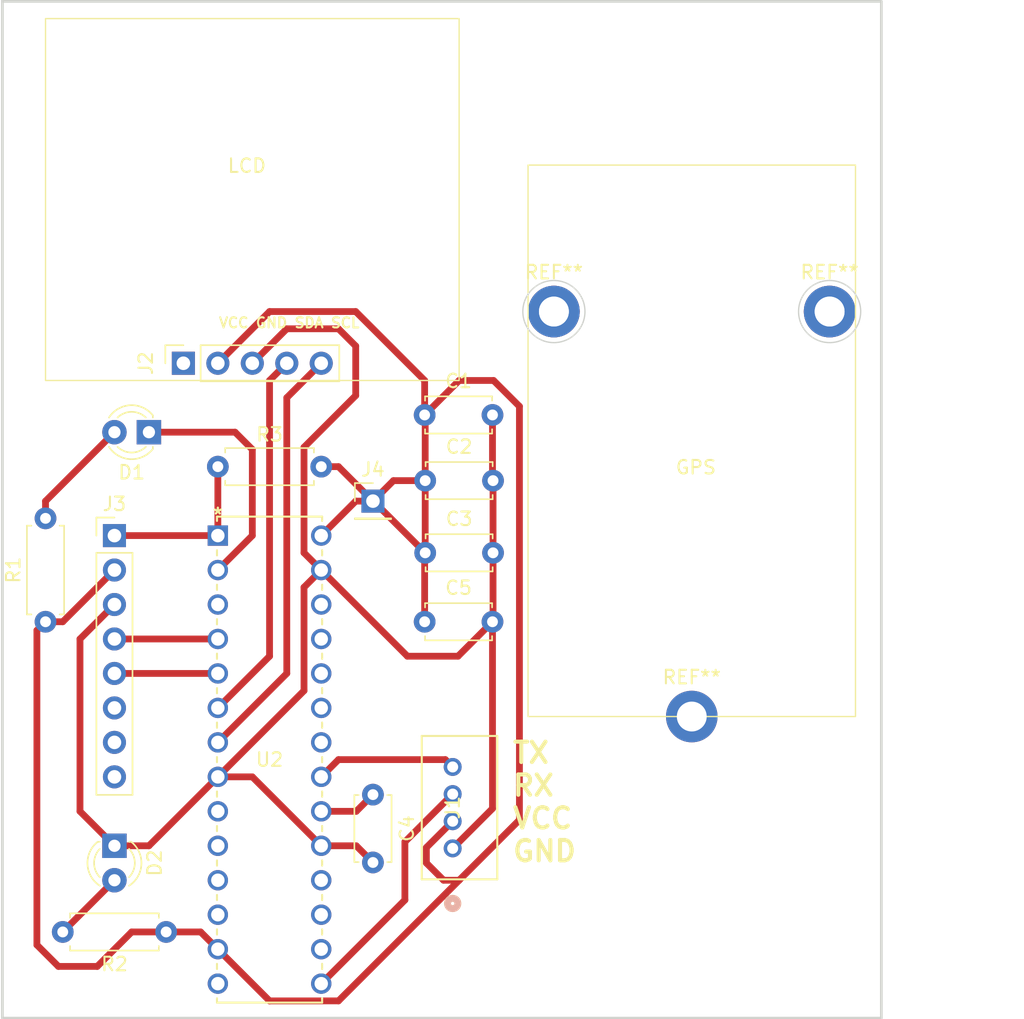
<source format=kicad_pcb>
(kicad_pcb (version 20221018) (generator pcbnew)
  (title_block (title "GPS-MINPOINT BOARD") (date "2024-04-20") (rev "V001"))
  (layers (0 "F.Cu" signal) (31 "B.Cu" signal) (34 "B.Paste" user) (35 "F.Paste" user) (36 "B.SilkS" user "B.Silkscreen") (37 "F.SilkS" user "F.Silkscreen") (38 "B.Mask" user) (39 "F.Mask" user) (44 "Edge.Cuts" user))
  (net 0 "")
  (net 15 "Net-(J1-TX)")
  (net 16 "Net-(J1-RX)")
  (net 17 "Net-(J1-VCC)")
  (net 18 "Net-(J2-SDA)")
  (net 19 "Net-(J2-SCL)")
  (net 20 "Net-(D1-K)")
  (net 21 "Net-(D1-A)")
  (net 23 "Net-(D2-K)")
  (net 24 "Net-(D2-A)")
  (net 25 "Net-(J3-Pin_1)")
  (net 26 "Net-(J3-Pin_4)")
  (net 27 "Net-(J3-Pin_5)")
  (net 28 "Net-(C4-Pad1)")
  (footprint "MountingHole:MountingHole_2.2mm_M2_DIN965_Pad" (layer "F.Cu") (at 167.64 81.915)
    (fp_text reference "REF**" (at 0 -2.9) (layer "F.SilkS"))
    (fp_text value "MountingHole_2.2mm_M2_DIN965_Pad")
    (pad "1" thru_hole circle (at 0 0) (size 3.8 3.8) (drill 2.2) (layers "*.Cu" "*.Mask"))
  )
  (footprint "Capacitor_THT:C_Disc_D4.7mm_W2.5mm_P5.00mm" (layer "F.Cu") (at 158.155 94.375)
    (fp_text reference "C2" (at 2.5 -2.5) (layer "F.SilkS"))
    (fp_text value "100nF")
    (fp_line (start 0.03 -1.37) (end 0.03 -1.055) (stroke (width 0.12)) (layer "F.SilkS"))
    (fp_line (start 0.03 -1.37) (end 4.97 -1.37) (stroke (width 0.12)) (layer "F.SilkS"))
    (fp_line (start 0.03 1.055) (end 0.03 1.37) (stroke (width 0.12)) (layer "F.SilkS"))
    (fp_line (start 0.03 1.37) (end 4.97 1.37) (stroke (width 0.12)) (layer "F.SilkS"))
    (fp_line (start 4.97 -1.37) (end 4.97 -1.055) (stroke (width 0.12)) (layer "F.SilkS"))
    (fp_line (start 4.97 1.055) (end 4.97 1.37) (stroke (width 0.12)) (layer "F.SilkS"))
    (pad "1" thru_hole circle (at 0 0) (size 1.6 1.6) (drill 0.8) (layers "*.Cu" "*.Mask") (net 17 "Net-(J1-VCC)"))
    (pad "2" thru_hole circle (at 5 0) (size 1.6 1.6) (drill 0.8) (layers "*.Cu" "*.Mask") (net 23 "Net-(D2-K)"))
  )
  (footprint "Capacitor_THT:C_Disc_D4.7mm_W2.5mm_P5.00mm" (layer "F.Cu") (at 154.305 117.515 -90)
    (fp_text reference "C4" (at 2.5 -2.5 90) (layer "F.SilkS"))
    (fp_text value "10uF")
    (fp_line (start 0.03 -1.37) (end 0.03 -1.055) (stroke (width 0.12)) (layer "F.SilkS"))
    (fp_line (start 0.03 -1.37) (end 4.97 -1.37) (stroke (width 0.12)) (layer "F.SilkS"))
    (fp_line (start 0.03 1.055) (end 0.03 1.37) (stroke (width 0.12)) (layer "F.SilkS"))
    (fp_line (start 0.03 1.37) (end 4.97 1.37) (stroke (width 0.12)) (layer "F.SilkS"))
    (fp_line (start 4.97 -1.37) (end 4.97 -1.055) (stroke (width 0.12)) (layer "F.SilkS"))
    (fp_line (start 4.97 1.055) (end 4.97 1.37) (stroke (width 0.12)) (layer "F.SilkS"))
    (pad "1" thru_hole circle (at 0 0 270) (size 1.6 1.6) (drill 0.8) (layers "*.Cu" "*.Mask") (net 28 "Net-(C4-Pad1)"))
    (pad "2" thru_hole circle (at 5 0 270) (size 1.6 1.6) (drill 0.8) (layers "*.Cu" "*.Mask") (net 23 "Net-(D2-K)"))
  )
  (footprint "Resistor_THT:R_Axial_DIN0207_L6.3mm_D2.5mm_P7.62mm_Horizontal" (layer "F.Cu") (at 139.065 127.635 180)
    (fp_text reference "R2" (at 3.81 -2.37) (layer "F.SilkS"))
    (fp_text value "220")
    (fp_line (start 0.54 -1.37) (end 7.08 -1.37) (stroke (width 0.12)) (layer "F.SilkS"))
    (fp_line (start 0.54 -1.04) (end 0.54 -1.37) (stroke (width 0.12)) (layer "F.SilkS"))
    (fp_line (start 0.54 1.04) (end 0.54 1.37) (stroke (width 0.12)) (layer "F.SilkS"))
    (fp_line (start 0.54 1.37) (end 7.08 1.37) (stroke (width 0.12)) (layer "F.SilkS"))
    (fp_line (start 7.08 -1.37) (end 7.08 -1.04) (stroke (width 0.12)) (layer "F.SilkS"))
    (fp_line (start 7.08 1.37) (end 7.08 1.04) (stroke (width 0.12)) (layer "F.SilkS"))
    (pad "1" thru_hole circle (at 0 0 180) (size 1.6 1.6) (drill 0.8) (layers "*.Cu" "*.Mask") (net 17 "Net-(J1-VCC)"))
    (pad "2" thru_hole oval (at 7.62 0 180) (size 1.6 1.6) (drill 0.8) (layers "*.Cu" "*.Mask") (net 24 "Net-(D2-A)"))
  )
  (footprint "" (layer "F.Cu") (at 167.64 81.915)
    (fp_text reference "" (at 0 0) (layer "F.SilkS") (effects (font (size 1.27 1.27))))
    (fp_text value "" (at 0 0) (layer "F.SilkS") (effects (font (size 1.27 1.27))))
    (pad "1" thru_hole circle (at 0 0) (size 3.8 3.8) (drill 2.2) (layers "*.Cu" "*.Mask"))
  )
  (footprint "Capacitor_THT:C_Disc_D4.7mm_W2.5mm_P5.00mm" (layer "F.Cu") (at 158.115 104.775)
    (fp_text reference "C5" (at 2.5 -2.5) (layer "F.SilkS"))
    (fp_text value "10uF")
    (fp_line (start 0.03 -1.37) (end 0.03 -1.055) (stroke (width 0.12)) (layer "F.SilkS"))
    (fp_line (start 0.03 -1.37) (end 4.97 -1.37) (stroke (width 0.12)) (layer "F.SilkS"))
    (fp_line (start 0.03 1.055) (end 0.03 1.37) (stroke (width 0.12)) (layer "F.SilkS"))
    (fp_line (start 0.03 1.37) (end 4.97 1.37) (stroke (width 0.12)) (layer "F.SilkS"))
    (fp_line (start 4.97 -1.37) (end 4.97 -1.055) (stroke (width 0.12)) (layer "F.SilkS"))
    (fp_line (start 4.97 1.055) (end 4.97 1.37) (stroke (width 0.12)) (layer "F.SilkS"))
    (pad "1" thru_hole circle (at 0 0) (size 1.6 1.6) (drill 0.8) (layers "*.Cu" "*.Mask") (net 17 "Net-(J1-VCC)"))
    (pad "2" thru_hole circle (at 5 0) (size 1.6 1.6) (drill 0.8) (layers "*.Cu" "*.Mask") (net 23 "Net-(D2-K)"))
  )
  (footprint "footprints:SPDIP28_300MC_MCH" (layer "F.Cu") (at 142.875 98.425)
    (fp_text reference "U2" (at 3.81 16.51 unlocked) (layer "F.SilkS"))
    (fp_text value "PIC24FJ64GA002-I/SP")
    (fp_text user "*" (at 0 -1.5113) (layer "F.SilkS"))
    (fp_text user "*" (at 0 -1.5113 unlocked) (layer "F.SilkS"))
    (fp_line (start -0.0635 -1.397) (end -0.0635 -1.08204) (stroke (width 0.1524)) (layer "F.SilkS"))
    (fp_line (start -0.0635 1.08204) (end -0.0635 1.459825) (stroke (width 0.1524)) (layer "F.SilkS"))
    (fp_line (start -0.0635 3.620175) (end -0.0635 3.999825) (stroke (width 0.1524)) (layer "F.SilkS"))
    (fp_line (start -0.0635 6.160175) (end -0.0635 6.539825) (stroke (width 0.1524)) (layer "F.SilkS"))
    (fp_line (start -0.0635 8.700175) (end -0.0635 9.079825) (stroke (width 0.1524)) (layer "F.SilkS"))
    (fp_line (start -0.0635 11.240175) (end -0.0635 11.619825) (stroke (width 0.1524)) (layer "F.SilkS"))
    (fp_line (start -0.0635 13.780175) (end -0.0635 14.159825) (stroke (width 0.1524)) (layer "F.SilkS"))
    (fp_line (start -0.0635 16.320175) (end -0.0635 16.699825) (stroke (width 0.1524)) (layer "F.SilkS"))
    (fp_line (start -0.0635 18.860175) (end -0.0635 19.239825) (stroke (width 0.1524)) (layer "F.SilkS"))
    (fp_line (start -0.0635 21.400175) (end -0.0635 21.779825) (stroke (width 0.1524)) (layer "F.SilkS"))
    (fp_line (start -0.0635 23.940175) (end -0.0635 24.319825) (stroke (width 0.1524)) (layer "F.SilkS"))
    (fp_line (start -0.0635 26.480175) (end -0.0635 26.859825) (stroke (width 0.1524)) (layer "F.SilkS"))
    (fp_line (start -0.0635 29.020175) (end -0.0635 29.399825) (stroke (width 0.1524)) (layer "F.SilkS"))
    (fp_line (start -0.0635 31.560175) (end -0.0635 31.939825) (stroke (width 0.1524)) (layer "F.SilkS"))
    (fp_line (start -0.0635 34.100175) (end -0.0635 34.417) (stroke (width 0.1524)) (layer "F.SilkS"))
    (fp_line (start -0.0635 34.417) (end 7.6835 34.417) (stroke (width 0.1524)) (layer "F.SilkS"))
    (fp_line (start 7.6835 -1.397) (end -0.0635 -1.397) (stroke (width 0.1524)) (layer "F.SilkS"))
    (fp_line (start 7.6835 -1.080175) (end 7.6835 -1.397) (stroke (width 0.1524)) (layer "F.SilkS"))
    (fp_line (start 7.6835 1.459825) (end 7.6835 1.080175) (stroke (width 0.1524)) (layer "F.SilkS"))
    (fp_line (start 7.6835 3.999825) (end 7.6835 3.620175) (stroke (width 0.1524)) (layer "F.SilkS"))
    (fp_line (start 7.6835 6.539825) (end 7.6835 6.160175) (stroke (width 0.1524)) (layer "F.SilkS"))
    (fp_line (start 7.6835 9.079825) (end 7.6835 8.700175) (stroke (width 0.1524)) (layer "F.SilkS"))
    (fp_line (start 7.6835 11.619825) (end 7.6835 11.240175) (stroke (width 0.1524)) (layer "F.SilkS"))
    (fp_line (start 7.6835 14.159825) (end 7.6835 13.780175) (stroke (width 0.1524)) (layer "F.SilkS"))
    (fp_line (start 7.6835 16.699825) (end 7.6835 16.320175) (stroke (width 0.1524)) (layer "F.SilkS"))
    (fp_line (start 7.6835 19.239825) (end 7.6835 18.860175) (stroke (width 0.1524)) (layer "F.SilkS"))
    (fp_line (start 7.6835 21.779825) (end 7.6835 21.400175) (stroke (width 0.1524)) (layer "F.SilkS"))
    (fp_line (start 7.6835 24.319825) (end 7.6835 23.940175) (stroke (width 0.1524)) (layer "F.SilkS"))
    (fp_line (start 7.6835 26.859825) (end 7.6835 26.480175) (stroke (width 0.1524)) (layer "F.SilkS"))
    (fp_line (start 7.6835 29.399825) (end 7.6835 29.020175) (stroke (width 0.1524)) (layer "F.SilkS"))
    (fp_line (start 7.6835 31.939825) (end 7.6835 31.560175) (stroke (width 0.1524)) (layer "F.SilkS"))
    (fp_line (start 7.6835 34.417) (end 7.6835 34.100175) (stroke (width 0.1524)) (layer "F.SilkS"))
    (pad "1" thru_hole rect (at 0 0) (size 1.4986 1.4986) (drill 0.9906) (layers "*.Cu" "*.Mask") (net 25 "Net-(J3-Pin_1)"))
    (pad "2" thru_hole circle (at 0 2.54) (size 1.4986 1.4986) (drill 0.9906) (layers "*.Cu" "*.Mask") (net 20 "Net-(D1-K)"))
    (pad "3" thru_hole circle (at 0 5.08) (size 1.4986 1.4986) (drill 0.9906) (layers "*.Cu" "*.Mask"))
    (pad "4" thru_hole circle (at 0 7.62) (size 1.4986 1.4986) (drill 0.9906) (layers "*.Cu" "*.Mask") (net 26 "Net-(J3-Pin_4)"))
    (pad "5" thru_hole circle (at 0 10.16) (size 1.4986 1.4986) (drill 0.9906) (layers "*.Cu" "*.Mask") (net 27 "Net-(J3-Pin_5)"))
    (pad "6" thru_hole circle (at 0 12.7) (size 1.4986 1.4986) (drill 0.9906) (layers "*.Cu" "*.Mask") (net 18 "Net-(J2-SDA)"))
    (pad "7" thru_hole circle (at 0 15.24) (size 1.4986 1.4986) (drill 0.9906) (layers "*.Cu" "*.Mask") (net 19 "Net-(J2-SCL)"))
    (pad "8" thru_hole circle (at 0 17.78) (size 1.4986 1.4986) (drill 0.9906) (layers "*.Cu" "*.Mask") (net 23 "Net-(D2-K)"))
    (pad "9" thru_hole circle (at 0 20.32) (size 1.4986 1.4986) (drill 0.9906) (layers "*.Cu" "*.Mask"))
    (pad "10" thru_hole circle (at 0 22.86) (size 1.4986 1.4986) (drill 0.9906) (layers "*.Cu" "*.Mask"))
    (pad "11" thru_hole circle (at 0 25.4) (size 1.4986 1.4986) (drill 0.9906) (layers "*.Cu" "*.Mask"))
    (pad "12" thru_hole circle (at 0 27.94) (size 1.4986 1.4986) (drill 0.9906) (layers "*.Cu" "*.Mask"))
    (pad "13" thru_hole circle (at 0 30.48) (size 1.4986 1.4986) (drill 0.9906) (layers "*.Cu" "*.Mask") (net 17 "Net-(J1-VCC)"))
    (pad "14" thru_hole circle (at 0 33.02) (size 1.4986 1.4986) (drill 0.9906) (layers "*.Cu" "*.Mask"))
    (pad "15" thru_hole circle (at 7.62 33.02) (size 1.4986 1.4986) (drill 0.9906) (layers "*.Cu" "*.Mask") (net 16 "Net-(J1-RX)"))
    (pad "16" thru_hole circle (at 7.62 30.48) (size 1.4986 1.4986) (drill 0.9906) (layers "*.Cu" "*.Mask"))
    (pad "17" thru_hole circle (at 7.62 27.94) (size 1.4986 1.4986) (drill 0.9906) (layers "*.Cu" "*.Mask"))
    (pad "18" thru_hole circle (at 7.62 25.4) (size 1.4986 1.4986) (drill 0.9906) (layers "*.Cu" "*.Mask"))
    (pad "19" thru_hole circle (at 7.62 22.86) (size 1.4986 1.4986) (drill 0.9906) (layers "*.Cu" "*.Mask") (net 23 "Net-(D2-K)"))
    (pad "20" thru_hole circle (at 7.62 20.32) (size 1.4986 1.4986) (drill 0.9906) (layers "*.Cu" "*.Mask") (net 28 "Net-(C4-Pad1)"))
    (pad "21" thru_hole circle (at 7.62 17.78) (size 1.4986 1.4986) (drill 0.9906) (layers "*.Cu" "*.Mask") (net 15 "Net-(J1-TX)"))
    (pad "22" thru_hole circle (at 7.62 15.24) (size 1.4986 1.4986) (drill 0.9906) (layers "*.Cu" "*.Mask"))
    (pad "23" thru_hole circle (at 7.62 12.7) (size 1.4986 1.4986) (drill 0.9906) (layers "*.Cu" "*.Mask"))
    (pad "24" thru_hole circle (at 7.62 10.16) (size 1.4986 1.4986) (drill 0.9906) (layers "*.Cu" "*.Mask"))
    (pad "25" thru_hole circle (at 7.62 7.62) (size 1.4986 1.4986) (drill 0.9906) (layers "*.Cu" "*.Mask"))
    (pad "26" thru_hole circle (at 7.62 5.08) (size 1.4986 1.4986) (drill 0.9906) (layers "*.Cu" "*.Mask"))
    (pad "27" thru_hole circle (at 7.62 2.54) (size 1.4986 1.4986) (drill 0.9906) (layers "*.Cu" "*.Mask") (net 23 "Net-(D2-K)"))
    (pad "28" thru_hole circle (at 7.62 0) (size 1.4986 1.4986) (drill 0.9906) (layers "*.Cu" "*.Mask") (net 17 "Net-(J1-VCC)"))
  )
  (footprint "MountingHole:MountingHole_2.2mm_M2_DIN965_Pad" (layer "F.Cu") (at 187.96 81.915)
    (fp_text reference "REF**" (at 0 -2.9) (layer "F.SilkS"))
    (fp_text value "MountingHole_2.2mm_M2_DIN965_Pad")
    (pad "1" thru_hole circle (at 0 0) (size 3.8 3.8) (drill 2.2) (layers "*.Cu" "*.Mask"))
  )
  (footprint "Capacitor_THT:C_Disc_D4.7mm_W2.5mm_P5.00mm" (layer "F.Cu") (at 158.115 89.535)
    (fp_text reference "C1" (at 2.5 -2.5) (layer "F.SilkS"))
    (fp_text value "10uF")
    (fp_line (start 0.03 -1.37) (end 0.03 -1.055) (stroke (width 0.12)) (layer "F.SilkS"))
    (fp_line (start 0.03 -1.37) (end 4.97 -1.37) (stroke (width 0.12)) (layer "F.SilkS"))
    (fp_line (start 0.03 1.055) (end 0.03 1.37) (stroke (width 0.12)) (layer "F.SilkS"))
    (fp_line (start 0.03 1.37) (end 4.97 1.37) (stroke (width 0.12)) (layer "F.SilkS"))
    (fp_line (start 4.97 -1.37) (end 4.97 -1.055) (stroke (width 0.12)) (layer "F.SilkS"))
    (fp_line (start 4.97 1.055) (end 4.97 1.37) (stroke (width 0.12)) (layer "F.SilkS"))
    (pad "1" thru_hole circle (at 0 0) (size 1.6 1.6) (drill 0.8) (layers "*.Cu" "*.Mask") (net 17 "Net-(J1-VCC)"))
    (pad "2" thru_hole circle (at 5 0) (size 1.6 1.6) (drill 0.8) (layers "*.Cu" "*.Mask") (net 23 "Net-(D2-K)"))
  )
  (footprint "Capacitor_THT:C_Disc_D4.7mm_W2.5mm_P5.00mm" (layer "F.Cu") (at 158.155 99.695)
    (fp_text reference "C3" (at 2.5 -2.5) (layer "F.SilkS"))
    (fp_text value "100nF")
    (fp_line (start 0.03 -1.37) (end 0.03 -1.055) (stroke (width 0.12)) (layer "F.SilkS"))
    (fp_line (start 0.03 -1.37) (end 4.97 -1.37) (stroke (width 0.12)) (layer "F.SilkS"))
    (fp_line (start 0.03 1.055) (end 0.03 1.37) (stroke (width 0.12)) (layer "F.SilkS"))
    (fp_line (start 0.03 1.37) (end 4.97 1.37) (stroke (width 0.12)) (layer "F.SilkS"))
    (fp_line (start 4.97 -1.37) (end 4.97 -1.055) (stroke (width 0.12)) (layer "F.SilkS"))
    (fp_line (start 4.97 1.055) (end 4.97 1.37) (stroke (width 0.12)) (layer "F.SilkS"))
    (pad "1" thru_hole circle (at 0 0) (size 1.6 1.6) (drill 0.8) (layers "*.Cu" "*.Mask") (net 17 "Net-(J1-VCC)"))
    (pad "2" thru_hole circle (at 5 0) (size 1.6 1.6) (drill 0.8) (layers "*.Cu" "*.Mask") (net 23 "Net-(D2-K)"))
  )
  (footprint "LED_THT:LED_D3.0mm" (layer "F.Cu") (at 137.795 90.805 180)
    (fp_text reference "D1" (at 1.27 -2.96) (layer "F.SilkS"))
    (fp_text value "G_LED")
    (fp_line (start -0.29 -1.236) (end -0.29 -1.08) (stroke (width 0.12)) (layer "F.SilkS"))
    (fp_line (start -0.29 1.08) (end -0.29 1.236) (stroke (width 0.12)) (layer "F.SilkS"))
    (fp_arc (start -0.29 -1.235516) (mid 1.366487 -1.987659) (end 2.942335 -1.078608) (stroke (width 0.12)) (layer "F.SilkS"))
    (fp_arc (start 0.229039 -1.08) (mid 1.270117 -1.5) (end 2.31113 -1.079837) (stroke (width 0.12)) (layer "F.SilkS"))
    (fp_arc (start 2.31113 1.079837) (mid 1.270117 1.5) (end 0.229039 1.08) (stroke (width 0.12)) (layer "F.SilkS"))
    (fp_arc (start 2.942335 1.078608) (mid 1.366487 1.987659) (end -0.29 1.235516) (stroke (width 0.12)) (layer "F.SilkS"))
    (pad "1" thru_hole rect (at 0 0 180) (size 1.8 1.8) (drill 0.9) (layers "*.Cu" "*.Mask") (net 20 "Net-(D1-K)"))
    (pad "2" thru_hole circle (at 2.54 0 180) (size 1.8 1.8) (drill 0.9) (layers "*.Cu" "*.Mask") (net 21 "Net-(D1-A)"))
  )
  (footprint "footprints:CONN_110990030_SEE" (layer "F.Cu") (at 160.180601 121.475 90)
    (fp_text reference "J1" (at 2.999999 0 90 unlocked) (layer "F.SilkS"))
    (fp_text value "110990030")
    (fp_circle (center -4.061201 0) (end -3.680201 0) (stroke (width 0.508)) (fill none) (layer "B.SilkS"))
    (fp_line (start -2.283201 -2.277) (end -2.283201 3.285599) (stroke (width 0.1524)) (layer "F.SilkS"))
    (fp_line (start -2.283201 3.285599) (end 8.283199 3.285599) (stroke (width 0.1524)) (layer "F.SilkS"))
    (fp_line (start 8.283199 -2.277) (end -2.283201 -2.277) (stroke (width 0.1524)) (layer "F.SilkS"))
    (fp_line (start 8.283199 3.285599) (end 8.283199 -2.277) (stroke (width 0.1524)) (layer "F.SilkS"))
    (fp_circle (center -4.061201 0) (end -3.680201 0) (stroke (width 0.508)) (fill none) (layer "F.SilkS"))
    (pad "1" thru_hole circle (at 0 0 90) (size 1.3208 1.3208) (drill 0.8128) (layers "*.Cu" "*.Mask") (net 23 "Net-(D2-K)"))
    (pad "2" thru_hole circle (at 1.999999 0 90) (size 1.3208 1.3208) (drill 0.8128) (layers "*.Cu" "*.Mask") (net 17 "Net-(J1-VCC)"))
    (pad "3" thru_hole circle (at 4 0 90) (size 1.3208 1.3208) (drill 0.8128) (layers "*.Cu" "*.Mask") (net 16 "Net-(J1-RX)"))
    (pad "4" thru_hole circle (at 5.999998 0 90) (size 1.3208 1.3208) (drill 0.8128) (layers "*.Cu" "*.Mask") (net 15 "Net-(J1-TX)"))
  )
  (footprint "Connector_PinSocket_2.54mm:PinSocket_1x05_P2.54mm_Vertical" (layer "F.Cu") (at 140.335 85.725 90)
    (fp_text reference "J2" (at 0 -2.77 90) (layer "F.SilkS"))
    (fp_text value "LCD")
    (fp_line (start -1.33 1.27) (end -1.33 11.49) (stroke (width 0.12)) (layer "F.SilkS"))
    (fp_line (start -1.33 1.27) (end 1.33 1.27) (stroke (width 0.12)) (layer "F.SilkS"))
    (fp_line (start -1.33 11.49) (end 1.33 11.49) (stroke (width 0.12)) (layer "F.SilkS"))
    (fp_line (start 0 -1.33) (end 1.33 -1.33) (stroke (width 0.12)) (layer "F.SilkS"))
    (fp_line (start 1.33 -1.33) (end 1.33 0) (stroke (width 0.12)) (layer "F.SilkS"))
    (fp_line (start 1.33 1.27) (end 1.33 11.49) (stroke (width 0.12)) (layer "F.SilkS"))
    (pad "1" thru_hole rect (at 0 0 90) (size 1.7 1.7) (drill 1) (layers "*.Cu" "*.Mask"))
    (pad "2" thru_hole oval (at 0 2.54 90) (size 1.7 1.7) (drill 1) (layers "*.Cu" "*.Mask") (net 17 "Net-(J1-VCC)"))
    (pad "3" thru_hole oval (at 0 5.08 90) (size 1.7 1.7) (drill 1) (layers "*.Cu" "*.Mask") (net 23 "Net-(D2-K)"))
    (pad "4" thru_hole oval (at 0 7.62 90) (size 1.7 1.7) (drill 1) (layers "*.Cu" "*.Mask") (net 18 "Net-(J2-SDA)"))
    (pad "5" thru_hole oval (at 0 10.16 90) (size 1.7 1.7) (drill 1) (layers "*.Cu" "*.Mask") (net 19 "Net-(J2-SCL)"))
  )
  (footprint "" (layer "F.Cu") (at 187.96 81.915)
    (fp_text reference "" (at 0 0) (layer "F.SilkS") (effects (font (size 1.27 1.27))))
    (fp_text value "" (at 0 0) (layer "F.SilkS") (effects (font (size 1.27 1.27))))
    (pad "1" thru_hole circle (at 0 0) (size 3.8 3.8) (drill 2.2) (layers "*.Cu" "*.Mask"))
  )
  (footprint "LED_THT:LED_D3.0mm" (layer "F.Cu") (at 135.255 121.285 -90)
    (fp_text reference "D2" (at 1.27 -2.96 90) (layer "F.SilkS"))
    (fp_text value "R_LED")
    (fp_line (start -0.29 -1.236) (end -0.29 -1.08) (stroke (width 0.12)) (layer "F.SilkS"))
    (fp_line (start -0.29 1.08) (end -0.29 1.236) (stroke (width 0.12)) (layer "F.SilkS"))
    (fp_arc (start -0.29 -1.235516) (mid 1.366487 -1.987659) (end 2.942335 -1.078608) (stroke (width 0.12)) (layer "F.SilkS"))
    (fp_arc (start 0.229039 -1.08) (mid 1.270117 -1.5) (end 2.31113 -1.079837) (stroke (width 0.12)) (layer "F.SilkS"))
    (fp_arc (start 2.31113 1.079837) (mid 1.270117 1.5) (end 0.229039 1.08) (stroke (width 0.12)) (layer "F.SilkS"))
    (fp_arc (start 2.942335 1.078608) (mid 1.366487 1.987659) (end -0.29 1.235516) (stroke (width 0.12)) (layer "F.SilkS"))
    (pad "1" thru_hole rect (at 0 0 270) (size 1.8 1.8) (drill 0.9) (layers "*.Cu" "*.Mask") (net 23 "Net-(D2-K)"))
    (pad "2" thru_hole circle (at 2.54 0 270) (size 1.8 1.8) (drill 0.9) (layers "*.Cu" "*.Mask") (net 24 "Net-(D2-A)"))
  )
  (footprint "MountingHole:MountingHole_2.2mm_M2_DIN965_Pad" (layer "F.Cu") (at 177.8 111.76)
    (fp_text reference "REF**" (at 0 -2.9) (layer "F.SilkS"))
    (fp_text value "MountingHole_2.2mm_M2_DIN965_Pad")
    (pad "1" thru_hole circle (at 0 0) (size 3.8 3.8) (drill 2.2) (layers "*.Cu" "*.Mask"))
  )
  (footprint "Connector_PinHeader_2.54mm:PinHeader_1x01_P2.54mm_Vertical" (layer "F.Cu") (at 154.305 95.885)
    (fp_text reference "J4" (at 0 -2.33) (layer "F.SilkS"))
    (fp_text value "PWR")
    (fp_line (start -1.33 -1.33) (end 0 -1.33) (stroke (width 0.12)) (layer "F.SilkS"))
    (fp_line (start -1.33 0) (end -1.33 -1.33) (stroke (width 0.12)) (layer "F.SilkS"))
    (fp_line (start -1.33 1.27) (end -1.33 1.33) (stroke (width 0.12)) (layer "F.SilkS"))
    (fp_line (start -1.33 1.27) (end 1.33 1.27) (stroke (width 0.12)) (layer "F.SilkS"))
    (fp_line (start -1.33 1.33) (end 1.33 1.33) (stroke (width 0.12)) (layer "F.SilkS"))
    (fp_line (start 1.33 1.27) (end 1.33 1.33) (stroke (width 0.12)) (layer "F.SilkS"))
    (pad "1" thru_hole rect (at 0 0) (size 1.7 1.7) (drill 1) (layers "*.Cu" "*.Mask") (net 17 "Net-(J1-VCC)"))
  )
  (footprint "Connector_PinHeader_2.54mm:PinHeader_1x08_P2.54mm_Vertical" (layer "F.Cu") (at 135.255 98.425)
    (fp_text reference "J3" (at 0 -2.33) (layer "F.SilkS"))
    (fp_text value "ProgrammerConnector")
    (fp_line (start -1.33 -1.33) (end 0 -1.33) (stroke (width 0.12)) (layer "F.SilkS"))
    (fp_line (start -1.33 0) (end -1.33 -1.33) (stroke (width 0.12)) (layer "F.SilkS"))
    (fp_line (start -1.33 1.27) (end -1.33 19.11) (stroke (width 0.12)) (layer "F.SilkS"))
    (fp_line (start -1.33 1.27) (end 1.33 1.27) (stroke (width 0.12)) (layer "F.SilkS"))
    (fp_line (start -1.33 19.11) (end 1.33 19.11) (stroke (width 0.12)) (layer "F.SilkS"))
    (fp_line (start 1.33 1.27) (end 1.33 19.11) (stroke (width 0.12)) (layer "F.SilkS"))
    (pad "1" thru_hole rect (at 0 0) (size 1.7 1.7) (drill 1) (layers "*.Cu" "*.Mask") (net 25 "Net-(J3-Pin_1)"))
    (pad "2" thru_hole oval (at 0 2.54) (size 1.7 1.7) (drill 1) (layers "*.Cu" "*.Mask") (net 17 "Net-(J1-VCC)"))
    (pad "3" thru_hole oval (at 0 5.08) (size 1.7 1.7) (drill 1) (layers "*.Cu" "*.Mask") (net 23 "Net-(D2-K)"))
    (pad "4" thru_hole oval (at 0 7.62) (size 1.7 1.7) (drill 1) (layers "*.Cu" "*.Mask") (net 26 "Net-(J3-Pin_4)"))
    (pad "5" thru_hole oval (at 0 10.16) (size 1.7 1.7) (drill 1) (layers "*.Cu" "*.Mask") (net 27 "Net-(J3-Pin_5)"))
    (pad "6" thru_hole oval (at 0 12.7) (size 1.7 1.7) (drill 1) (layers "*.Cu" "*.Mask"))
    (pad "7" thru_hole oval (at 0 15.24) (size 1.7 1.7) (drill 1) (layers "*.Cu" "*.Mask"))
    (pad "8" thru_hole oval (at 0 17.78) (size 1.7 1.7) (drill 1) (layers "*.Cu" "*.Mask"))
  )
  (footprint "Resistor_THT:R_Axial_DIN0207_L6.3mm_D2.5mm_P7.62mm_Horizontal" (layer "F.Cu") (at 130.175 104.775 90)
    (fp_text reference "R1" (at 3.81 -2.37 90) (layer "F.SilkS"))
    (fp_text value "220")
    (fp_line (start 0.54 -1.37) (end 7.08 -1.37) (stroke (width 0.12)) (layer "F.SilkS"))
    (fp_line (start 0.54 -1.04) (end 0.54 -1.37) (stroke (width 0.12)) (layer "F.SilkS"))
    (fp_line (start 0.54 1.04) (end 0.54 1.37) (stroke (width 0.12)) (layer "F.SilkS"))
    (fp_line (start 0.54 1.37) (end 7.08 1.37) (stroke (width 0.12)) (layer "F.SilkS"))
    (fp_line (start 7.08 -1.37) (end 7.08 -1.04) (stroke (width 0.12)) (layer "F.SilkS"))
    (fp_line (start 7.08 1.37) (end 7.08 1.04) (stroke (width 0.12)) (layer "F.SilkS"))
    (pad "1" thru_hole circle (at 0 0 90) (size 1.6 1.6) (drill 0.8) (layers "*.Cu" "*.Mask") (net 17 "Net-(J1-VCC)"))
    (pad "2" thru_hole oval (at 7.62 0 90) (size 1.6 1.6) (drill 0.8) (layers "*.Cu" "*.Mask") (net 21 "Net-(D1-A)"))
  )
  (footprint "Resistor_THT:R_Axial_DIN0207_L6.3mm_D2.5mm_P7.62mm_Horizontal" (layer "F.Cu") (at 142.875 93.345)
    (fp_text reference "R3" (at 3.81 -2.37) (layer "F.SilkS"))
    (fp_text value "10k")
    (fp_line (start 0.54 -1.37) (end 7.08 -1.37) (stroke (width 0.12)) (layer "F.SilkS"))
    (fp_line (start 0.54 -1.04) (end 0.54 -1.37) (stroke (width 0.12)) (layer "F.SilkS"))
    (fp_line (start 0.54 1.04) (end 0.54 1.37) (stroke (width 0.12)) (layer "F.SilkS"))
    (fp_line (start 0.54 1.37) (end 7.08 1.37) (stroke (width 0.12)) (layer "F.SilkS"))
    (fp_line (start 7.08 -1.37) (end 7.08 -1.04) (stroke (width 0.12)) (layer "F.SilkS"))
    (fp_line (start 7.08 1.37) (end 7.08 1.04) (stroke (width 0.12)) (layer "F.SilkS"))
    (pad "1" thru_hole circle (at 0 0) (size 1.6 1.6) (drill 0.8) (layers "*.Cu" "*.Mask") (net 25 "Net-(J3-Pin_1)"))
    (pad "2" thru_hole oval (at 7.62 0) (size 1.6 1.6) (drill 0.8) (layers "*.Cu" "*.Mask") (net 17 "Net-(J1-VCC)"))
  )
  (gr_rect (start 165.735 71.12) (end 189.865 111.76) (stroke (width 0.1)) (fill none) (layer "F.SilkS"))
  (gr_rect (start 130.175 60.325) (end 160.655 86.995) (stroke (width 0.1)) (fill none) (layer "F.SilkS"))
  (gr_circle (center 167.64 81.915) (end 169.545 83.185) (stroke (width 0.1)) (fill none) (layer "Edge.Cuts"))
  (gr_rect (start 127 59.055) (end 191.77 133.985) (stroke (width 0.2)) (fill none) (layer "Edge.Cuts"))
  (gr_circle (center 187.96 81.915) (end 189.865 83.185) (stroke (width 0.1)) (fill none) (layer "Edge.Cuts"))
  (gr_circle (center 178.435 111.76) (end 178.435 111.76) (stroke (width 0.1)) (fill none) (layer "Edge.Cuts"))
  (gr_text "VCC GND SDA SCL" (at 142.875 83.185) (layer "F.SilkS") (effects (font (size 0.75 0.75) (thickness 0.15) bold) (justify left bottom)))
  (gr_text "TX\nRX\nVCC\nGND" (at 164.465 122.555) (layer "F.SilkS") (effects (font (size 1.5 1.5) (thickness 0.3) bold) (justify left bottom)))
  (gr_text "LCD" (at 143.51 71.755) (layer "F.SilkS") (effects (font (size 1 1)) (justify left bottom)))
  (gr_text "GPS" (at 176.53 93.98) (layer "F.SilkS") (effects (font (size 1 1)) (justify left bottom)))
  (segment (start 151.765 114.935) (end 159.640599 114.935) (width 0.5) (layer "F.Cu") (net 15))
  (segment (start 159.640599 114.935) (end 160.180601 115.475002) (width 0.5) (layer "F.Cu") (net 15))
  (segment (start 150.495 116.205) (end 151.765 114.935) (width 0.5) (layer "F.Cu") (net 15))
  (segment (start 160.180601 117.475) (end 156.658604 120.996997) (width 0.5) (layer "F.Cu") (net 16))
  (segment (start 156.658604 125.281396) (end 150.495 131.445) (width 0.5) (layer "F.Cu") (net 16))
  (segment (start 156.658604 120.996997) (end 156.658604 125.281396) (width 0.5) (layer "F.Cu") (net 16))
  (segment (start 158.115 86.995) (end 153.035 81.915) (width 0.5) (layer "F.Cu") (net 17))
  (segment (start 136.525 127.635) (end 139.065 127.635) (width 0.5) (layer "F.Cu") (net 17))
  (segment (start 141.605 127.635) (end 142.875 128.905) (width 0.5) (layer "F.Cu") (net 17))
  (segment (start 150.495 93.345) (end 151.765 93.345) (width 0.5) (layer "F.Cu") (net 17))
  (segment (start 160.655 86.995) (end 158.115 89.535) (width 0.5) (layer "F.Cu") (net 17))
  (segment (start 146.685 81.915) (end 142.875 85.725) (width 0.5) (layer "F.Cu") (net 17))
  (segment (start 146.685 132.715) (end 151.765 132.715) (width 0.5) (layer "F.Cu") (net 17))
  (segment (start 131.124009 130.175) (end 133.985 130.175) (width 0.5) (layer "F.Cu") (net 17))
  (segment (start 158.242801 121.412801) (end 160.180601 119.475001) (width 0.5) (layer "F.Cu") (net 17))
  (segment (start 163.195 86.995) (end 160.655 86.995) (width 0.5) (layer "F.Cu") (net 17))
  (segment (start 153.035 81.915) (end 146.685 81.915) (width 0.5) (layer "F.Cu") (net 17))
  (segment (start 165.1 119.38) (end 165.1 88.9) (width 0.5) (layer "F.Cu") (net 17))
  (segment (start 133.985 130.175) (end 136.525 127.635) (width 0.5) (layer "F.Cu") (net 17))
  (segment (start 159.512801 123.825) (end 158.242801 122.555) (width 0.5) (layer "F.Cu") (net 17))
  (segment (start 150.495 98.425) (end 153.035 95.885) (width 0.5) (layer "F.Cu") (net 17))
  (segment (start 154.345 95.885) (end 154.305 95.885) (width 0.5) (layer "F.Cu") (net 17))
  (segment (start 158.155 99.695) (end 158.155 94.375) (width 0.5) (layer "F.Cu") (net 17))
  (segment (start 158.115 89.535) (end 158.115 86.995) (width 0.5) (layer "F.Cu") (net 17))
  (segment (start 158.155 94.375) (end 158.155 89.575) (width 0.5) (layer "F.Cu") (net 17))
  (segment (start 160.655 123.825) (end 159.512801 123.825) (width 0.5) (layer "F.Cu") (net 17))
  (segment (start 158.242801 122.555) (end 158.242801 121.412801) (width 0.5) (layer "F.Cu") (net 17))
  (segment (start 130.175 104.775) (end 129.54 105.41) (width 0.5) (layer "F.Cu") (net 17))
  (segment (start 165.1 88.9) (end 163.195 86.995) (width 0.5) (layer "F.Cu") (net 17))
  (segment (start 160.655 123.825) (end 165.1 119.38) (width 0.5) (layer "F.Cu") (net 17))
  (segment (start 158.115 99.735) (end 158.155 99.695) (width 0.5) (layer "F.Cu") (net 17))
  (segment (start 158.155 89.575) (end 158.115 89.535) (width 0.5) (layer "F.Cu") (net 17))
  (segment (start 139.065 127.635) (end 141.605 127.635) (width 0.5) (layer "F.Cu") (net 17))
  (segment (start 131.445 104.775) (end 135.255 100.965) (width 0.5) (layer "F.Cu") (net 17))
  (segment (start 158.115 104.775) (end 158.115 99.735) (width 0.5) (layer "F.Cu") (net 17))
  (segment (start 129.54 105.41) (end 129.54 128.590991) (width 0.5) (layer "F.Cu") (net 17))
  (segment (start 158.155 99.695) (end 154.345 95.885) (width 0.5) (layer "F.Cu") (net 17))
  (segment (start 155.815 94.375) (end 154.305 95.885) (width 0.5) (layer "F.Cu") (net 17))
  (segment (start 153.035 95.885) (end 154.305 95.885) (width 0.5) (layer "F.Cu") (net 17))
  (segment (start 151.765 93.345) (end 154.305 95.885) (width 0.5) (layer "F.Cu") (net 17))
  (segment (start 142.875 128.905) (end 146.685 132.715) (width 0.5) (layer "F.Cu") (net 17))
  (segment (start 129.54 128.590991) (end 131.124009 130.175) (width 0.5) (layer "F.Cu") (net 17))
  (segment (start 130.175 104.775) (end 131.445 104.775) (width 0.5) (layer "F.Cu") (net 17))
  (segment (start 158.155 94.375) (end 155.815 94.375) (width 0.5) (layer "F.Cu") (net 17))
  (segment (start 151.765 132.715) (end 160.655 123.825) (width 0.5) (layer "F.Cu") (net 17))
  (segment (start 147.955 85.725) (end 146.685 86.995) (width 0.5) (layer "F.Cu") (net 18))
  (segment (start 146.685 107.315) (end 142.875 111.125) (width 0.5) (layer "F.Cu") (net 18))
  (segment (start 146.685 86.995) (end 146.685 107.315) (width 0.5) (layer "F.Cu") (net 18))
  (segment (start 150.495 85.725) (end 147.955 88.265) (width 0.5) (layer "F.Cu") (net 19))
  (segment (start 147.955 108.585) (end 142.875 113.665) (width 0.5) (layer "F.Cu") (net 19))
  (segment (start 147.955 88.265) (end 147.955 108.585) (width 0.5) (layer "F.Cu") (net 19))
  (segment (start 137.795 90.805) (end 144.145 90.805) (width 0.5) (layer "F.Cu") (net 20))
  (segment (start 145.415 98.425) (end 142.875 100.965) (width 0.5) (layer "F.Cu") (net 20))
  (segment (start 145.415 92.075) (end 145.415 98.425) (width 0.5) (layer "F.Cu") (net 20))
  (segment (start 144.145 90.805) (end 145.415 92.075) (width 0.5) (layer "F.Cu") (net 20))
  (segment (start 130.175 95.885) (end 130.175 97.155) (width 0.5) (layer "F.Cu") (net 21))
  (segment (start 135.255 90.805) (end 130.175 95.885) (width 0.5) (layer "F.Cu") (net 21))
  (segment (start 160.575 107.315) (end 163.115 104.775) (width 0.5) (layer "F.Cu") (net 23))
  (segment (start 151.765 83.185) (end 153.035 84.455) (width 0.5) (layer "F.Cu") (net 23))
  (segment (start 137.795 121.285) (end 142.875 116.205) (width 0.5) (layer "F.Cu") (net 23))
  (segment (start 156.845 107.315) (end 160.575 107.315) (width 0.5) (layer "F.Cu") (net 23))
  (segment (start 163.155 99.695) (end 163.155 104.735) (width 0.5) (layer "F.Cu") (net 23))
  (segment (start 163.115 104.775) (end 163.115 118.540601) (width 0.5) (layer "F.Cu") (net 23))
  (segment (start 153.075 121.285) (end 154.305 122.515) (width 0.5) (layer "F.Cu") (net 23))
  (segment (start 135.255 121.285) (end 137.795 121.285) (width 0.5) (layer "F.Cu") (net 23))
  (segment (start 150.495 121.285) (end 145.415 116.205) (width 0.5) (layer "F.Cu") (net 23))
  (segment (start 149.225 109.855) (end 149.225 102.235) (width 0.5) (layer "F.Cu") (net 23))
  (segment (start 153.035 84.455) (end 153.035 88.104504) (width 0.5) (layer "F.Cu") (net 23))
  (segment (start 145.415 85.725) (end 147.955 83.185) (width 0.5) (layer "F.Cu") (net 23))
  (segment (start 149.225 99.695) (end 150.495 100.965) (width 0.5) (layer "F.Cu") (net 23))
  (segment (start 163.155 104.735) (end 163.115 104.775) (width 0.5) (layer "F.Cu") (net 23))
  (segment (start 142.875 116.205) (end 149.225 109.855) (width 0.5) (layer "F.Cu") (net 23))
  (segment (start 149.225 102.235) (end 150.495 100.965) (width 0.5) (layer "F.Cu") (net 23))
  (segment (start 163.115 94.335) (end 163.155 94.375) (width 0.5) (layer "F.Cu") (net 23))
  (segment (start 135.255 103.505) (end 132.715 106.045) (width 0.5) (layer "F.Cu") (net 23))
  (segment (start 163.115 118.540601) (end 160.180601 121.475) (width 0.5) (layer "F.Cu") (net 23))
  (segment (start 150.495 121.285) (end 153.075 121.285) (width 0.5) (layer "F.Cu") (net 23))
  (segment (start 132.715 106.045) (end 132.715 118.745) (width 0.5) (layer "F.Cu") (net 23))
  (segment (start 145.415 116.205) (end 142.875 116.205) (width 0.5) (layer "F.Cu") (net 23))
  (segment (start 150.495 100.965) (end 156.845 107.315) (width 0.5) (layer "F.Cu") (net 23))
  (segment (start 149.225 91.914504) (end 149.225 99.695) (width 0.5) (layer "F.Cu") (net 23))
  (segment (start 132.715 118.745) (end 135.255 121.285) (width 0.5) (layer "F.Cu") (net 23))
  (segment (start 163.155 94.375) (end 163.155 99.695) (width 0.5) (layer "F.Cu") (net 23))
  (segment (start 147.955 83.185) (end 151.765 83.185) (width 0.5) (layer "F.Cu") (net 23))
  (segment (start 163.115 89.535) (end 163.115 94.335) (width 0.5) (layer "F.Cu") (net 23))
  (segment (start 153.035 88.104504) (end 149.225 91.914504) (width 0.5) (layer "F.Cu") (net 23))
  (segment (start 131.445 127.635) (end 135.255 123.825) (width 0.5) (layer "F.Cu") (net 24))
  (segment (start 142.875 98.425) (end 142.875 93.345) (width 0.5) (layer "F.Cu") (net 25))
  (segment (start 142.875 98.425) (end 135.255 98.425) (width 0.5) (layer "F.Cu") (net 25))
  (segment (start 135.255 106.045) (end 142.875 106.045) (width 0.5) (layer "F.Cu") (net 26))
  (segment (start 135.255 108.585) (end 142.875 108.585) (width 0.5) (layer "F.Cu") (net 27))
  (segment (start 150.495 118.745) (end 153.075 118.745) (width 0.5) (layer "F.Cu") (net 28))
  (segment (start 153.075 118.745) (end 154.305 117.515) (width 0.5) (layer "F.Cu") (net 28))
)
</source>
